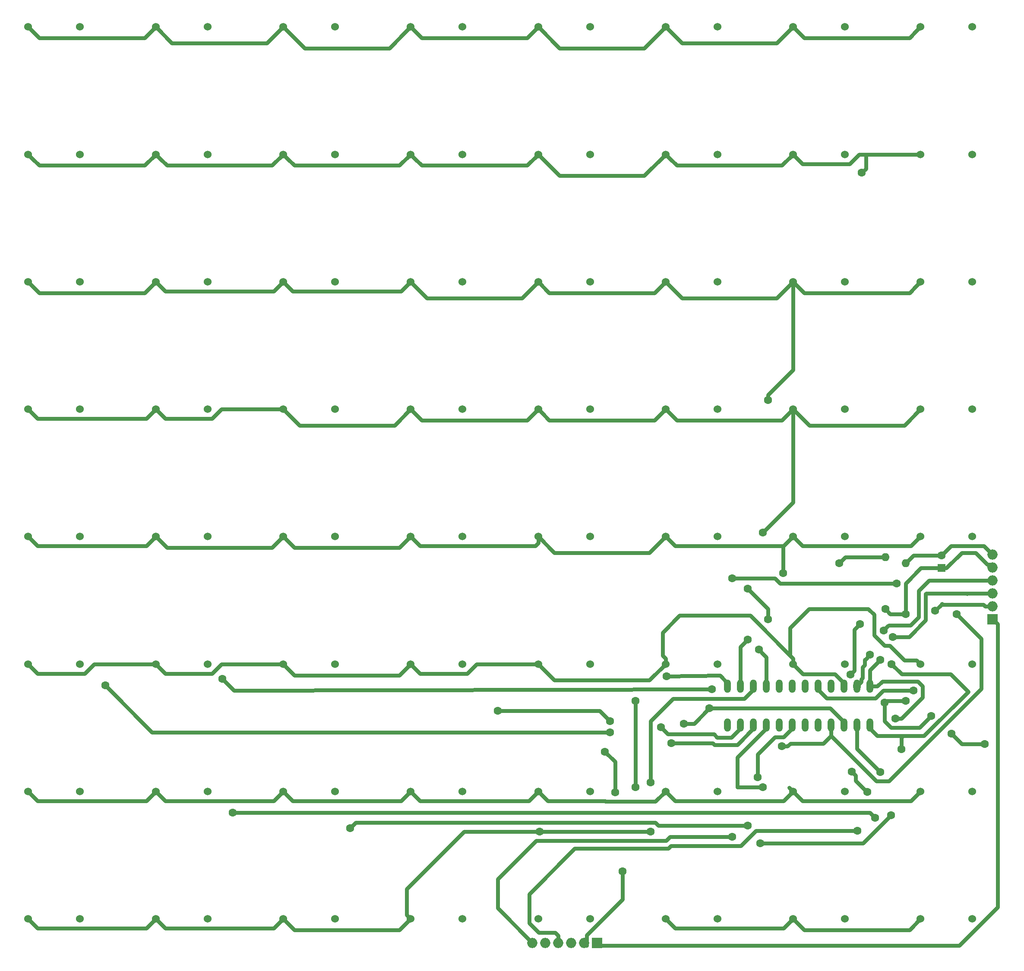
<source format=gbr>
G04 #@! TF.GenerationSoftware,KiCad,Pcbnew,5.0.2-bee76a0~70~ubuntu14.04.1*
G04 #@! TF.CreationDate,2020-01-26T01:40:04+01:00*
G04 #@! TF.ProjectId,wordclock_pcb,776f7264-636c-46f6-936b-5f7063622e6b,rev?*
G04 #@! TF.SameCoordinates,Original*
G04 #@! TF.FileFunction,Copper,L2,Bot*
G04 #@! TF.FilePolarity,Positive*
%FSLAX46Y46*%
G04 Gerber Fmt 4.6, Leading zero omitted, Abs format (unit mm)*
G04 Created by KiCad (PCBNEW 5.0.2-bee76a0~70~ubuntu14.04.1) date Sun 26 Jan 2020 01:40:04 AM CET*
%MOMM*%
%LPD*%
G01*
G04 APERTURE LIST*
G04 #@! TA.AperFunction,ComponentPad*
%ADD10C,1.524000*%
G04 #@! TD*
G04 #@! TA.AperFunction,ComponentPad*
%ADD11O,1.998980X1.998980*%
G04 #@! TD*
G04 #@! TA.AperFunction,ComponentPad*
%ADD12R,1.998980X1.998980*%
G04 #@! TD*
G04 #@! TA.AperFunction,ComponentPad*
%ADD13R,1.600000X1.600000*%
G04 #@! TD*
G04 #@! TA.AperFunction,ComponentPad*
%ADD14C,1.600000*%
G04 #@! TD*
G04 #@! TA.AperFunction,ComponentPad*
%ADD15O,1.600000X1.600000*%
G04 #@! TD*
G04 #@! TA.AperFunction,ComponentPad*
%ADD16O,1.320800X2.641600*%
G04 #@! TD*
G04 #@! TA.AperFunction,ViaPad*
%ADD17C,1.600000*%
G04 #@! TD*
G04 #@! TA.AperFunction,Conductor*
%ADD18C,0.800000*%
G04 #@! TD*
G04 APERTURE END LIST*
D10*
G04 #@! TO.P,D1,1*
G04 #@! TO.N,/LED0*
X35080000Y-33810000D03*
G04 #@! TO.P,D1,2*
G04 #@! TO.N,/LEDA*
X24920000Y-33810000D03*
G04 #@! TD*
G04 #@! TO.P,D2,1*
G04 #@! TO.N,/LED1*
X60080000Y-33810000D03*
G04 #@! TO.P,D2,2*
G04 #@! TO.N,/LEDA*
X49920000Y-33810000D03*
G04 #@! TD*
G04 #@! TO.P,D3,1*
G04 #@! TO.N,/LED2*
X85080000Y-33810000D03*
G04 #@! TO.P,D3,2*
G04 #@! TO.N,/LEDA*
X74920000Y-33810000D03*
G04 #@! TD*
G04 #@! TO.P,D4,1*
G04 #@! TO.N,/LED3*
X110080000Y-33810000D03*
G04 #@! TO.P,D4,2*
G04 #@! TO.N,/LEDA*
X99920000Y-33810000D03*
G04 #@! TD*
G04 #@! TO.P,D5,1*
G04 #@! TO.N,/LED4*
X135080000Y-33810000D03*
G04 #@! TO.P,D5,2*
G04 #@! TO.N,/LEDA*
X124920000Y-33810000D03*
G04 #@! TD*
G04 #@! TO.P,D6,1*
G04 #@! TO.N,/LED5*
X160080000Y-33810000D03*
G04 #@! TO.P,D6,2*
G04 #@! TO.N,/LEDA*
X149920000Y-33810000D03*
G04 #@! TD*
G04 #@! TO.P,D7,1*
G04 #@! TO.N,/LED6*
X185080000Y-33810000D03*
G04 #@! TO.P,D7,2*
G04 #@! TO.N,/LEDA*
X174920000Y-33810000D03*
G04 #@! TD*
G04 #@! TO.P,D8,1*
G04 #@! TO.N,/LED7*
X210080000Y-33810000D03*
G04 #@! TO.P,D8,2*
G04 #@! TO.N,/LEDA*
X199920000Y-33810000D03*
G04 #@! TD*
G04 #@! TO.P,D9,1*
G04 #@! TO.N,/LED0*
X35080000Y-58810000D03*
G04 #@! TO.P,D9,2*
G04 #@! TO.N,/LEDB*
X24920000Y-58810000D03*
G04 #@! TD*
G04 #@! TO.P,D10,1*
G04 #@! TO.N,/LED1*
X60080000Y-58810000D03*
G04 #@! TO.P,D10,2*
G04 #@! TO.N,/LEDB*
X49920000Y-58810000D03*
G04 #@! TD*
G04 #@! TO.P,D11,1*
G04 #@! TO.N,/LED2*
X85080000Y-58810000D03*
G04 #@! TO.P,D11,2*
G04 #@! TO.N,/LEDB*
X74920000Y-58810000D03*
G04 #@! TD*
G04 #@! TO.P,D12,1*
G04 #@! TO.N,/LED3*
X110080000Y-58810000D03*
G04 #@! TO.P,D12,2*
G04 #@! TO.N,/LEDB*
X99920000Y-58810000D03*
G04 #@! TD*
G04 #@! TO.P,D13,1*
G04 #@! TO.N,/LED4*
X135080000Y-58810000D03*
G04 #@! TO.P,D13,2*
G04 #@! TO.N,/LEDB*
X124920000Y-58810000D03*
G04 #@! TD*
G04 #@! TO.P,D14,1*
G04 #@! TO.N,/LED5*
X160080000Y-58810000D03*
G04 #@! TO.P,D14,2*
G04 #@! TO.N,/LEDB*
X149920000Y-58810000D03*
G04 #@! TD*
G04 #@! TO.P,D15,1*
G04 #@! TO.N,/LED6*
X185080000Y-58810000D03*
G04 #@! TO.P,D15,2*
G04 #@! TO.N,/LEDB*
X174920000Y-58810000D03*
G04 #@! TD*
G04 #@! TO.P,D16,1*
G04 #@! TO.N,/LED7*
X210080000Y-58810000D03*
G04 #@! TO.P,D16,2*
G04 #@! TO.N,/LEDB*
X199920000Y-58810000D03*
G04 #@! TD*
G04 #@! TO.P,D17,1*
G04 #@! TO.N,/LED0*
X35080000Y-83810000D03*
G04 #@! TO.P,D17,2*
G04 #@! TO.N,/LEDC*
X24920000Y-83810000D03*
G04 #@! TD*
G04 #@! TO.P,D18,1*
G04 #@! TO.N,/LED1*
X60080000Y-83810000D03*
G04 #@! TO.P,D18,2*
G04 #@! TO.N,/LEDC*
X49920000Y-83810000D03*
G04 #@! TD*
G04 #@! TO.P,D19,1*
G04 #@! TO.N,/LED2*
X85080000Y-83810000D03*
G04 #@! TO.P,D19,2*
G04 #@! TO.N,/LEDC*
X74920000Y-83810000D03*
G04 #@! TD*
G04 #@! TO.P,D20,1*
G04 #@! TO.N,/LED3*
X110080000Y-83810000D03*
G04 #@! TO.P,D20,2*
G04 #@! TO.N,/LEDC*
X99920000Y-83810000D03*
G04 #@! TD*
G04 #@! TO.P,D21,1*
G04 #@! TO.N,/LED4*
X135080000Y-83810000D03*
G04 #@! TO.P,D21,2*
G04 #@! TO.N,/LEDC*
X124920000Y-83810000D03*
G04 #@! TD*
G04 #@! TO.P,D22,1*
G04 #@! TO.N,/LED5*
X160080000Y-83810000D03*
G04 #@! TO.P,D22,2*
G04 #@! TO.N,/LEDC*
X149920000Y-83810000D03*
G04 #@! TD*
G04 #@! TO.P,D23,1*
G04 #@! TO.N,/LED6*
X185080000Y-83810000D03*
G04 #@! TO.P,D23,2*
G04 #@! TO.N,/LEDC*
X174920000Y-83810000D03*
G04 #@! TD*
G04 #@! TO.P,D24,1*
G04 #@! TO.N,/LED7*
X210080000Y-83810000D03*
G04 #@! TO.P,D24,2*
G04 #@! TO.N,/LEDC*
X199920000Y-83810000D03*
G04 #@! TD*
G04 #@! TO.P,D25,1*
G04 #@! TO.N,/LED0*
X35080000Y-108810000D03*
G04 #@! TO.P,D25,2*
G04 #@! TO.N,/LEDD*
X24920000Y-108810000D03*
G04 #@! TD*
G04 #@! TO.P,D26,1*
G04 #@! TO.N,/LED1*
X60080000Y-108810000D03*
G04 #@! TO.P,D26,2*
G04 #@! TO.N,/LEDD*
X49920000Y-108810000D03*
G04 #@! TD*
G04 #@! TO.P,D27,1*
G04 #@! TO.N,/LED2*
X85080000Y-108810000D03*
G04 #@! TO.P,D27,2*
G04 #@! TO.N,/LEDD*
X74920000Y-108810000D03*
G04 #@! TD*
G04 #@! TO.P,D28,1*
G04 #@! TO.N,/LED3*
X110080000Y-108810000D03*
G04 #@! TO.P,D28,2*
G04 #@! TO.N,/LEDD*
X99920000Y-108810000D03*
G04 #@! TD*
G04 #@! TO.P,D29,1*
G04 #@! TO.N,/LED4*
X135080000Y-108810000D03*
G04 #@! TO.P,D29,2*
G04 #@! TO.N,/LEDD*
X124920000Y-108810000D03*
G04 #@! TD*
G04 #@! TO.P,D30,1*
G04 #@! TO.N,/LED5*
X160080000Y-108810000D03*
G04 #@! TO.P,D30,2*
G04 #@! TO.N,/LEDD*
X149920000Y-108810000D03*
G04 #@! TD*
G04 #@! TO.P,D31,1*
G04 #@! TO.N,/LED6*
X185080000Y-108810000D03*
G04 #@! TO.P,D31,2*
G04 #@! TO.N,/LEDD*
X174920000Y-108810000D03*
G04 #@! TD*
G04 #@! TO.P,D32,1*
G04 #@! TO.N,/LED7*
X210080000Y-108810000D03*
G04 #@! TO.P,D32,2*
G04 #@! TO.N,/LEDD*
X199920000Y-108810000D03*
G04 #@! TD*
G04 #@! TO.P,D33,1*
G04 #@! TO.N,/LED0*
X35080000Y-133810000D03*
G04 #@! TO.P,D33,2*
G04 #@! TO.N,/LEDE*
X24920000Y-133810000D03*
G04 #@! TD*
G04 #@! TO.P,D34,1*
G04 #@! TO.N,/LED1*
X60080000Y-133810000D03*
G04 #@! TO.P,D34,2*
G04 #@! TO.N,/LEDE*
X49920000Y-133810000D03*
G04 #@! TD*
G04 #@! TO.P,D35,1*
G04 #@! TO.N,/LED2*
X85080000Y-133810000D03*
G04 #@! TO.P,D35,2*
G04 #@! TO.N,/LEDE*
X74920000Y-133810000D03*
G04 #@! TD*
G04 #@! TO.P,D36,1*
G04 #@! TO.N,/LED3*
X110080000Y-133810000D03*
G04 #@! TO.P,D36,2*
G04 #@! TO.N,/LEDE*
X99920000Y-133810000D03*
G04 #@! TD*
G04 #@! TO.P,D37,1*
G04 #@! TO.N,/LED4*
X135080000Y-133810000D03*
G04 #@! TO.P,D37,2*
G04 #@! TO.N,/LEDE*
X124920000Y-133810000D03*
G04 #@! TD*
G04 #@! TO.P,D38,1*
G04 #@! TO.N,/LED5*
X160080000Y-133810000D03*
G04 #@! TO.P,D38,2*
G04 #@! TO.N,/LEDE*
X149920000Y-133810000D03*
G04 #@! TD*
G04 #@! TO.P,D39,1*
G04 #@! TO.N,/LED6*
X185080000Y-133810000D03*
G04 #@! TO.P,D39,2*
G04 #@! TO.N,/LEDE*
X174920000Y-133810000D03*
G04 #@! TD*
G04 #@! TO.P,D40,1*
G04 #@! TO.N,/LED7*
X210080000Y-133810000D03*
G04 #@! TO.P,D40,2*
G04 #@! TO.N,/LEDE*
X199920000Y-133810000D03*
G04 #@! TD*
G04 #@! TO.P,D41,1*
G04 #@! TO.N,/LED0*
X35080000Y-158810000D03*
G04 #@! TO.P,D41,2*
G04 #@! TO.N,/LEDF*
X24920000Y-158810000D03*
G04 #@! TD*
G04 #@! TO.P,D42,1*
G04 #@! TO.N,/LED1*
X60080000Y-158810000D03*
G04 #@! TO.P,D42,2*
G04 #@! TO.N,/LEDF*
X49920000Y-158810000D03*
G04 #@! TD*
G04 #@! TO.P,D43,1*
G04 #@! TO.N,/LED2*
X85080000Y-158810000D03*
G04 #@! TO.P,D43,2*
G04 #@! TO.N,/LEDF*
X74920000Y-158810000D03*
G04 #@! TD*
G04 #@! TO.P,D44,1*
G04 #@! TO.N,/LED3*
X110080000Y-158810000D03*
G04 #@! TO.P,D44,2*
G04 #@! TO.N,/LEDF*
X99920000Y-158810000D03*
G04 #@! TD*
G04 #@! TO.P,D45,1*
G04 #@! TO.N,/LED4*
X135080000Y-158810000D03*
G04 #@! TO.P,D45,2*
G04 #@! TO.N,/LEDF*
X124920000Y-158810000D03*
G04 #@! TD*
G04 #@! TO.P,D46,1*
G04 #@! TO.N,/LED5*
X160080000Y-158810000D03*
G04 #@! TO.P,D46,2*
G04 #@! TO.N,/LEDF*
X149920000Y-158810000D03*
G04 #@! TD*
G04 #@! TO.P,D47,1*
G04 #@! TO.N,/LED6*
X185080000Y-158810000D03*
G04 #@! TO.P,D47,2*
G04 #@! TO.N,/LEDF*
X174920000Y-158810000D03*
G04 #@! TD*
G04 #@! TO.P,D48,1*
G04 #@! TO.N,/LED7*
X210080000Y-158810000D03*
G04 #@! TO.P,D48,2*
G04 #@! TO.N,/LEDF*
X199920000Y-158810000D03*
G04 #@! TD*
G04 #@! TO.P,D49,1*
G04 #@! TO.N,/LED0*
X35080000Y-183810000D03*
G04 #@! TO.P,D49,2*
G04 #@! TO.N,/LEDG*
X24920000Y-183810000D03*
G04 #@! TD*
G04 #@! TO.P,D50,1*
G04 #@! TO.N,/LED1*
X60080000Y-183810000D03*
G04 #@! TO.P,D50,2*
G04 #@! TO.N,/LEDG*
X49920000Y-183810000D03*
G04 #@! TD*
G04 #@! TO.P,D51,1*
G04 #@! TO.N,/LED2*
X85080000Y-183810000D03*
G04 #@! TO.P,D51,2*
G04 #@! TO.N,/LEDG*
X74920000Y-183810000D03*
G04 #@! TD*
G04 #@! TO.P,D52,1*
G04 #@! TO.N,/LED3*
X110080000Y-183810000D03*
G04 #@! TO.P,D52,2*
G04 #@! TO.N,/LEDG*
X99920000Y-183810000D03*
G04 #@! TD*
G04 #@! TO.P,D53,1*
G04 #@! TO.N,/LED4*
X135080000Y-183810000D03*
G04 #@! TO.P,D53,2*
G04 #@! TO.N,/LEDG*
X124920000Y-183810000D03*
G04 #@! TD*
G04 #@! TO.P,D54,1*
G04 #@! TO.N,/LED5*
X160080000Y-183810000D03*
G04 #@! TO.P,D54,2*
G04 #@! TO.N,/LEDG*
X149920000Y-183810000D03*
G04 #@! TD*
G04 #@! TO.P,D55,1*
G04 #@! TO.N,/LED6*
X185080000Y-183810000D03*
G04 #@! TO.P,D55,2*
G04 #@! TO.N,/LEDG*
X174920000Y-183810000D03*
G04 #@! TD*
G04 #@! TO.P,D56,1*
G04 #@! TO.N,/LED7*
X210080000Y-183810000D03*
G04 #@! TO.P,D56,2*
G04 #@! TO.N,/LEDG*
X199920000Y-183810000D03*
G04 #@! TD*
G04 #@! TO.P,D57,1*
G04 #@! TO.N,/LED0*
X35080000Y-208810000D03*
G04 #@! TO.P,D57,2*
G04 #@! TO.N,/LEDDP*
X24920000Y-208810000D03*
G04 #@! TD*
G04 #@! TO.P,D58,1*
G04 #@! TO.N,/LED1*
X60080000Y-208810000D03*
G04 #@! TO.P,D58,2*
G04 #@! TO.N,/LEDDP*
X49920000Y-208810000D03*
G04 #@! TD*
G04 #@! TO.P,D59,1*
G04 #@! TO.N,/LED2*
X85080000Y-208810000D03*
G04 #@! TO.P,D59,2*
G04 #@! TO.N,/LEDDP*
X74920000Y-208810000D03*
G04 #@! TD*
G04 #@! TO.P,D60,1*
G04 #@! TO.N,/LED3*
X110080000Y-208810000D03*
G04 #@! TO.P,D60,2*
G04 #@! TO.N,/LEDDP*
X99920000Y-208810000D03*
G04 #@! TD*
G04 #@! TO.P,D61,1*
G04 #@! TO.N,/LED4*
X135080000Y-208810000D03*
G04 #@! TO.P,D61,2*
G04 #@! TO.N,/LEDDP*
X124920000Y-208810000D03*
G04 #@! TD*
G04 #@! TO.P,D62,1*
G04 #@! TO.N,/LED5*
X160080000Y-208810000D03*
G04 #@! TO.P,D62,2*
G04 #@! TO.N,/LEDDP*
X149920000Y-208810000D03*
G04 #@! TD*
G04 #@! TO.P,D63,1*
G04 #@! TO.N,/LED6*
X185080000Y-208810000D03*
G04 #@! TO.P,D63,2*
G04 #@! TO.N,/LEDDP*
X174920000Y-208810000D03*
G04 #@! TD*
G04 #@! TO.P,D64,1*
G04 #@! TO.N,/LED7*
X210080000Y-208810000D03*
G04 #@! TO.P,D64,2*
G04 #@! TO.N,/LEDDP*
X199920000Y-208810000D03*
G04 #@! TD*
D11*
G04 #@! TO.P,J2,4*
G04 #@! TO.N,/CLK*
X214000000Y-142380000D03*
D12*
G04 #@! TO.P,J2,1*
G04 #@! TO.N,/DIN*
X214000000Y-150000000D03*
D11*
G04 #@! TO.P,J2,2*
G04 #@! TO.N,/DOUT*
X214000000Y-147460000D03*
G04 #@! TO.P,J2,3*
G04 #@! TO.N,/CS*
X214000000Y-144920000D03*
G04 #@! TO.P,J2,5*
G04 #@! TO.N,VDD*
X214000000Y-139840000D03*
G04 #@! TO.P,J2,6*
G04 #@! TO.N,Earth*
X214000000Y-137300000D03*
G04 #@! TD*
G04 #@! TO.P,J1,4*
G04 #@! TO.N,/CLK*
X128880000Y-213500000D03*
D12*
G04 #@! TO.P,J1,1*
G04 #@! TO.N,/DIN*
X136500000Y-213500000D03*
D11*
G04 #@! TO.P,J1,2*
G04 #@! TO.N,/DOUT*
X133960000Y-213500000D03*
G04 #@! TO.P,J1,3*
G04 #@! TO.N,/CS*
X131420000Y-213500000D03*
G04 #@! TO.P,J1,5*
G04 #@! TO.N,VDD*
X126340000Y-213500000D03*
G04 #@! TO.P,J1,6*
G04 #@! TO.N,Earth*
X123800000Y-213500000D03*
G04 #@! TD*
D13*
G04 #@! TO.P,C2,1*
G04 #@! TO.N,VDD*
X204000000Y-140000000D03*
D14*
G04 #@! TO.P,C2,2*
G04 #@! TO.N,Earth*
X204000000Y-137500000D03*
G04 #@! TD*
G04 #@! TO.P,C1,1*
G04 #@! TO.N,VDD*
X197000000Y-149000000D03*
D15*
G04 #@! TO.P,C1,2*
G04 #@! TO.N,Earth*
X197000000Y-139000000D03*
G04 #@! TD*
D14*
G04 #@! TO.P,R1,1*
G04 #@! TO.N,VDD*
X193000000Y-148000000D03*
D15*
G04 #@! TO.P,R1,2*
G04 #@! TO.N,Net-(R1-Pad2)*
X193000000Y-137840000D03*
G04 #@! TD*
D16*
G04 #@! TO.P,U1,15*
G04 #@! TO.N,/LEDF*
X184890000Y-163190000D03*
G04 #@! TO.P,U1,14*
G04 #@! TO.N,/LEDA*
X187430000Y-163190000D03*
G04 #@! TO.P,U1,13*
G04 #@! TO.N,/CLK*
X189970000Y-163190000D03*
G04 #@! TO.P,U1,12*
G04 #@! TO.N,/CS*
X189970000Y-170810000D03*
G04 #@! TO.P,U1,11*
G04 #@! TO.N,/LED1*
X187430000Y-170810000D03*
G04 #@! TO.P,U1,10*
G04 #@! TO.N,/LED5*
X184890000Y-170810000D03*
G04 #@! TO.P,U1,24*
G04 #@! TO.N,/DOUT*
X162030000Y-163190000D03*
G04 #@! TO.P,U1,23*
G04 #@! TO.N,/LEDD*
X164570000Y-163190000D03*
G04 #@! TO.P,U1,22*
G04 #@! TO.N,/LEDDP*
X167110000Y-163190000D03*
G04 #@! TO.P,U1,21*
G04 #@! TO.N,/LEDE*
X169650000Y-163190000D03*
G04 #@! TO.P,U1,20*
G04 #@! TO.N,/LEDC*
X172190000Y-163190000D03*
G04 #@! TO.P,U1,19*
G04 #@! TO.N,VDD*
X174730000Y-163190000D03*
G04 #@! TO.P,U1,18*
G04 #@! TO.N,Net-(R1-Pad2)*
X177270000Y-163190000D03*
G04 #@! TO.P,U1,17*
G04 #@! TO.N,/LEDG*
X179810000Y-163190000D03*
G04 #@! TO.P,U1,16*
G04 #@! TO.N,/LEDB*
X182350000Y-163190000D03*
G04 #@! TO.P,U1,9*
G04 #@! TO.N,Earth*
X182350000Y-170810000D03*
G04 #@! TO.P,U1,5*
G04 #@! TO.N,/LED6*
X172190000Y-170810000D03*
G04 #@! TO.P,U1,6*
G04 #@! TO.N,/LED2*
X174730000Y-170810000D03*
G04 #@! TO.P,U1,4*
G04 #@! TO.N,Earth*
X169650000Y-170810000D03*
G04 #@! TO.P,U1,3*
G04 #@! TO.N,/LED4*
X167110000Y-170810000D03*
G04 #@! TO.P,U1,8*
G04 #@! TO.N,/LED7*
X179810000Y-170810000D03*
G04 #@! TO.P,U1,7*
G04 #@! TO.N,/LED3*
X177270000Y-170810000D03*
G04 #@! TO.P,U1,2*
G04 #@! TO.N,/LED0*
X164570000Y-170810000D03*
G04 #@! TO.P,U1,1*
G04 #@! TO.N,/DIN*
X162030000Y-170810000D03*
G04 #@! TD*
D17*
G04 #@! TO.N,Earth*
X207000000Y-149000014D03*
X172713723Y-174930810D03*
X169000000Y-183000000D03*
X163000000Y-192699990D03*
G04 #@! TO.N,VDD*
X212500000Y-174500000D03*
X212500000Y-174500000D03*
X206000000Y-172500000D03*
X197000000Y-166000000D03*
X192873938Y-166368571D03*
X201977207Y-168977207D03*
G04 #@! TO.N,/LED0*
X40000000Y-163000000D03*
X139000000Y-172200013D03*
X149000000Y-171200021D03*
G04 #@! TO.N,/LEDA*
X187430000Y-163190000D03*
X190000000Y-157000000D03*
G04 #@! TO.N,/LED1*
X63000000Y-161730000D03*
X159000000Y-163710810D03*
X191000000Y-189000000D03*
X65000000Y-188000000D03*
X192000000Y-180000000D03*
G04 #@! TO.N,/LED2*
X88000000Y-191000000D03*
X168000000Y-181000000D03*
X166000000Y-190500000D03*
G04 #@! TO.N,/LED3*
X117000000Y-168000000D03*
X117000000Y-168000000D03*
X139000000Y-170000000D03*
G04 #@! TO.N,/LED4*
X151000000Y-174300010D03*
G04 #@! TO.N,/LED5*
X158512757Y-167487243D03*
X153500000Y-170499998D03*
G04 #@! TO.N,/LEDB*
X186130810Y-160869190D03*
X188000000Y-150999996D03*
X188400010Y-62400010D03*
G04 #@! TO.N,/LEDC*
X170000000Y-107000000D03*
X166000000Y-144000000D03*
X170000000Y-150000000D03*
G04 #@! TO.N,/LEDD*
X169000000Y-133000000D03*
X166000000Y-154000000D03*
G04 #@! TO.N,/LEDE*
X173000000Y-141000000D03*
X168199990Y-156000000D03*
G04 #@! TO.N,/LEDG*
X198500000Y-164000000D03*
G04 #@! TO.N,/LEDDP*
X147000000Y-182000000D03*
X147000000Y-191699990D03*
X125251691Y-191699990D03*
G04 #@! TO.N,/CLK*
X192000000Y-158000010D03*
X192674476Y-152197014D03*
X186422207Y-179922207D03*
X189500000Y-183872001D03*
X187500205Y-191500000D03*
X128880000Y-213500000D03*
X194999992Y-169500000D03*
G04 #@! TO.N,/DIN*
X138000000Y-176000000D03*
X140000000Y-183999994D03*
G04 #@! TO.N,/DOUT*
X163000000Y-142000000D03*
X202799993Y-148345593D03*
X195199990Y-143000000D03*
X150068593Y-161206993D03*
X144000000Y-166000000D03*
X144000000Y-183000000D03*
X141500000Y-199500000D03*
G04 #@! TO.N,/CS*
X194252184Y-158808892D03*
X194464984Y-153475345D03*
X168500000Y-194000000D03*
X194164002Y-188500000D03*
X196200000Y-175500000D03*
G04 #@! TO.N,Net-(R1-Pad2)*
X184000000Y-139000000D03*
G04 #@! TD*
D18*
G04 #@! TO.N,Earth*
X197500000Y-138500000D02*
X197000000Y-139000000D01*
X212299989Y-135599989D02*
X205900011Y-135599989D01*
X214000000Y-137300000D02*
X212299989Y-135599989D01*
X205900011Y-135599989D02*
X204799999Y-136700001D01*
X204799999Y-136700001D02*
X204000000Y-137500000D01*
X182350000Y-170810000D02*
X182350000Y-172930800D01*
X180874474Y-174406326D02*
X174369577Y-174406326D01*
X182350000Y-172930800D02*
X180874474Y-174406326D01*
X169650000Y-171470400D02*
X164000000Y-177120400D01*
X169650000Y-170810000D02*
X169650000Y-171470400D01*
X164000000Y-177120400D02*
X164000000Y-183000000D01*
X164000000Y-183000000D02*
X169000000Y-183000000D01*
X169000000Y-183000000D02*
X169000000Y-183000000D01*
X207799999Y-149800013D02*
X207000000Y-149000014D01*
X182350000Y-172930800D02*
X191219201Y-181800001D01*
X211842001Y-163637913D02*
X211842001Y-153842015D01*
X211842001Y-153842015D02*
X207799999Y-149800013D01*
X191219201Y-181800001D02*
X193679913Y-181800001D01*
X193679913Y-181800001D02*
X211842001Y-163637913D01*
X149994530Y-193500000D02*
X150794540Y-192699990D01*
X161868630Y-192699990D02*
X163000000Y-192699990D01*
X123800000Y-213500000D02*
X117000000Y-206700000D01*
X124500000Y-193500000D02*
X149994530Y-193500000D01*
X150794540Y-192699990D02*
X161868630Y-192699990D01*
X117000000Y-206700000D02*
X117000000Y-201000000D01*
X117000000Y-201000000D02*
X124500000Y-193500000D01*
X198500000Y-137500000D02*
X197000000Y-139000000D01*
X204000000Y-137500000D02*
X198500000Y-137500000D01*
X173845093Y-174930810D02*
X174369577Y-174406326D01*
X172713723Y-174930810D02*
X173845093Y-174930810D01*
G04 #@! TO.N,VDD*
X205000000Y-140000000D02*
X204000000Y-140000000D01*
X208000000Y-137000000D02*
X205000000Y-140000000D01*
X213040243Y-139299491D02*
X210740752Y-137000000D01*
X210740752Y-137000000D02*
X208000000Y-137000000D01*
X213459491Y-139299491D02*
X213040243Y-139299491D01*
X214000000Y-139840000D02*
X213459491Y-139299491D01*
X197000000Y-143000000D02*
X197000000Y-149000000D01*
X204000000Y-140000000D02*
X200000000Y-140000000D01*
X200000000Y-140000000D02*
X197000000Y-143000000D01*
X194000000Y-149000000D02*
X193000000Y-148000000D01*
X197000000Y-149000000D02*
X194000000Y-149000000D01*
X208000000Y-174500000D02*
X206000000Y-172500000D01*
X212500000Y-174500000D02*
X208000000Y-174500000D01*
X193242509Y-166000000D02*
X192873938Y-166368571D01*
X197000000Y-166000000D02*
X193242509Y-166000000D01*
X194135991Y-171300001D02*
X199699999Y-171300001D01*
X192873938Y-170037948D02*
X194135991Y-171300001D01*
X192873938Y-166368571D02*
X192873938Y-170037948D01*
X202000000Y-169000000D02*
X201977207Y-168977207D01*
X199699999Y-171300001D02*
X201977207Y-168977207D01*
G04 #@! TO.N,/LED0*
X137868630Y-172200013D02*
X139000000Y-172200013D01*
X40000000Y-163000000D02*
X49200013Y-172200013D01*
X49200013Y-172200013D02*
X137868630Y-172200013D01*
X160042812Y-173230810D02*
X159407707Y-172595705D01*
X150395684Y-172595705D02*
X149799999Y-172000020D01*
X149799999Y-172000020D02*
X149000000Y-171200021D01*
X164570000Y-171470400D02*
X162809590Y-173230810D01*
X164570000Y-170810000D02*
X164570000Y-171470400D01*
X162809590Y-173230810D02*
X160042812Y-173230810D01*
X159407707Y-172595705D02*
X150395684Y-172595705D01*
G04 #@! TO.N,/LEDA*
X49158001Y-34571999D02*
X49920000Y-33810000D01*
X27110000Y-36000000D02*
X47730000Y-36000000D01*
X47730000Y-36000000D02*
X49158001Y-34571999D01*
X24920000Y-33810000D02*
X27110000Y-36000000D01*
X74158001Y-34571999D02*
X74920000Y-33810000D01*
X71730000Y-37000000D02*
X74158001Y-34571999D01*
X53110000Y-37000000D02*
X71730000Y-37000000D01*
X49920000Y-33810000D02*
X53110000Y-37000000D01*
X99158001Y-34571999D02*
X99920000Y-33810000D01*
X95730000Y-38000000D02*
X99158001Y-34571999D01*
X79110000Y-38000000D02*
X95730000Y-38000000D01*
X74920000Y-33810000D02*
X79110000Y-38000000D01*
X124158001Y-34571999D02*
X124920000Y-33810000D01*
X102110000Y-36000000D02*
X122730000Y-36000000D01*
X122730000Y-36000000D02*
X124158001Y-34571999D01*
X99920000Y-33810000D02*
X102110000Y-36000000D01*
X149158001Y-34571999D02*
X149920000Y-33810000D01*
X145730000Y-38000000D02*
X149158001Y-34571999D01*
X129110000Y-38000000D02*
X145730000Y-38000000D01*
X124920000Y-33810000D02*
X129110000Y-38000000D01*
X174158001Y-34571999D02*
X174920000Y-33810000D01*
X171730000Y-37000000D02*
X174158001Y-34571999D01*
X153110000Y-37000000D02*
X171730000Y-37000000D01*
X149920000Y-33810000D02*
X153110000Y-37000000D01*
X199158001Y-34571999D02*
X199920000Y-33810000D01*
X197730000Y-36000000D02*
X199158001Y-34571999D01*
X177110000Y-36000000D02*
X197730000Y-36000000D01*
X174920000Y-33810000D02*
X177110000Y-36000000D01*
X189200001Y-157799999D02*
X190000000Y-157000000D01*
X189000000Y-158000000D02*
X189200001Y-157799999D01*
X189000000Y-159020097D02*
X189000000Y-158000000D01*
X188569990Y-159450107D02*
X189000000Y-159020097D01*
X188569990Y-161581436D02*
X188569990Y-159450107D01*
X188309590Y-161841836D02*
X188569990Y-161581436D01*
X188309590Y-162310410D02*
X188309590Y-161841836D01*
X187430000Y-163190000D02*
X188309590Y-162310410D01*
G04 #@! TO.N,/LED1*
X63000000Y-161730000D02*
X65270000Y-164000000D01*
X159000000Y-164000000D02*
X159000000Y-163710810D01*
X65270000Y-164000000D02*
X159000000Y-163710810D01*
X191000000Y-189000000D02*
X190000000Y-188000000D01*
X190000000Y-188000000D02*
X65000000Y-188000000D01*
X187430000Y-175430000D02*
X191200001Y-179200001D01*
X187430000Y-170810000D02*
X187430000Y-175430000D01*
X191200001Y-179200001D02*
X192000000Y-180000000D01*
G04 #@! TO.N,/LED2*
X168000000Y-179868630D02*
X168000000Y-181000000D01*
X173069590Y-173130810D02*
X171369190Y-173130810D01*
X171369190Y-173130810D02*
X168000000Y-176500000D01*
X174730000Y-171470400D02*
X173069590Y-173130810D01*
X174730000Y-170810000D02*
X174730000Y-171470400D01*
X168000000Y-176500000D02*
X168000000Y-179868630D01*
X147864001Y-189899989D02*
X148464012Y-190500000D01*
X148464012Y-190500000D02*
X164868630Y-190500000D01*
X88000000Y-191000000D02*
X89100011Y-189899989D01*
X89100011Y-189899989D02*
X147864001Y-189899989D01*
X164868630Y-190500000D02*
X166000000Y-190500000D01*
G04 #@! TO.N,/LED3*
X138200001Y-169200001D02*
X139000000Y-170000000D01*
X137000000Y-168000000D02*
X138200001Y-169200001D01*
X117000000Y-168000000D02*
X137000000Y-168000000D01*
G04 #@! TO.N,/LED4*
X159132098Y-174300010D02*
X152131370Y-174300010D01*
X159462908Y-174630820D02*
X159132098Y-174300010D01*
X167110000Y-170810000D02*
X167110000Y-171470400D01*
X167110000Y-171470400D02*
X163949580Y-174630820D01*
X163949580Y-174630820D02*
X159462908Y-174630820D01*
X152131370Y-174300010D02*
X151000000Y-174300010D01*
G04 #@! TO.N,/LED5*
X159644127Y-167487243D02*
X158512757Y-167487243D01*
X184890000Y-170810000D02*
X184890000Y-170149600D01*
X182227643Y-167487243D02*
X159644127Y-167487243D01*
X184890000Y-170149600D02*
X182227643Y-167487243D01*
X154631370Y-170499998D02*
X153500000Y-170499998D01*
X155500002Y-170499998D02*
X154631370Y-170499998D01*
X158512757Y-167487243D02*
X155500002Y-170499998D01*
G04 #@! TO.N,/LEDB*
X175681999Y-59571999D02*
X174920000Y-58810000D01*
X185973761Y-60672001D02*
X176782001Y-60672001D01*
X187835762Y-58810000D02*
X185973761Y-60672001D01*
X176782001Y-60672001D02*
X175681999Y-59571999D01*
X199920000Y-58810000D02*
X187835762Y-58810000D01*
X150681999Y-59571999D02*
X149920000Y-58810000D01*
X152110000Y-61000000D02*
X150681999Y-59571999D01*
X172730000Y-61000000D02*
X152110000Y-61000000D01*
X174920000Y-58810000D02*
X172730000Y-61000000D01*
X125681999Y-59571999D02*
X124920000Y-58810000D01*
X145730000Y-63000000D02*
X129110000Y-63000000D01*
X129110000Y-63000000D02*
X125681999Y-59571999D01*
X149920000Y-58810000D02*
X145730000Y-63000000D01*
X100681999Y-59571999D02*
X99920000Y-58810000D01*
X102110000Y-61000000D02*
X100681999Y-59571999D01*
X122730000Y-61000000D02*
X102110000Y-61000000D01*
X124920000Y-58810000D02*
X122730000Y-61000000D01*
X75681999Y-59571999D02*
X74920000Y-58810000D01*
X77110000Y-61000000D02*
X75681999Y-59571999D01*
X97730000Y-61000000D02*
X77110000Y-61000000D01*
X99920000Y-58810000D02*
X97730000Y-61000000D01*
X50681999Y-59571999D02*
X49920000Y-58810000D01*
X52110000Y-61000000D02*
X50681999Y-59571999D01*
X72730000Y-61000000D02*
X52110000Y-61000000D01*
X74920000Y-58810000D02*
X72730000Y-61000000D01*
X25681999Y-59571999D02*
X24920000Y-58810000D01*
X27110000Y-61000000D02*
X25681999Y-59571999D01*
X47730000Y-61000000D02*
X27110000Y-61000000D01*
X49920000Y-58810000D02*
X47730000Y-61000000D01*
X186930809Y-152069187D02*
X187200001Y-151799995D01*
X186930809Y-160069191D02*
X186930809Y-152069187D01*
X187200001Y-151799995D02*
X188000000Y-150999996D01*
X186130810Y-160869190D02*
X186930809Y-160069191D01*
X189200009Y-61600011D02*
X189200009Y-59200009D01*
X188400010Y-62400010D02*
X189200009Y-61600011D01*
G04 #@! TO.N,/LEDC*
X49158001Y-84571999D02*
X49920000Y-83810000D01*
X27110000Y-86000000D02*
X47730000Y-86000000D01*
X47730000Y-86000000D02*
X49158001Y-84571999D01*
X24920000Y-83810000D02*
X27110000Y-86000000D01*
X74158001Y-84571999D02*
X74920000Y-83810000D01*
X73057999Y-85672001D02*
X74158001Y-84571999D01*
X51782001Y-85672001D02*
X73057999Y-85672001D01*
X49920000Y-83810000D02*
X51782001Y-85672001D01*
X99158001Y-84571999D02*
X99920000Y-83810000D01*
X98057999Y-85672001D02*
X99158001Y-84571999D01*
X76782001Y-85672001D02*
X98057999Y-85672001D01*
X74920000Y-83810000D02*
X76782001Y-85672001D01*
X124158001Y-84571999D02*
X124920000Y-83810000D01*
X121730000Y-87000000D02*
X124158001Y-84571999D01*
X103110000Y-87000000D02*
X121730000Y-87000000D01*
X99920000Y-83810000D02*
X103110000Y-87000000D01*
X149158001Y-84571999D02*
X149920000Y-83810000D01*
X147730000Y-86000000D02*
X149158001Y-84571999D01*
X127110000Y-86000000D02*
X147730000Y-86000000D01*
X124920000Y-83810000D02*
X127110000Y-86000000D01*
X171730000Y-87000000D02*
X174158001Y-84571999D01*
X174158001Y-84571999D02*
X174920000Y-83810000D01*
X153110000Y-87000000D02*
X171730000Y-87000000D01*
X149920000Y-83810000D02*
X153110000Y-87000000D01*
X199158001Y-84571999D02*
X199920000Y-83810000D01*
X197730000Y-86000000D02*
X199158001Y-84571999D01*
X177110000Y-86000000D02*
X197730000Y-86000000D01*
X174920000Y-83810000D02*
X177110000Y-86000000D01*
X174920000Y-83810000D02*
X174920000Y-101080000D01*
X170000000Y-106000000D02*
X170000000Y-107000000D01*
X174920000Y-101080000D02*
X170000000Y-106000000D01*
X170000000Y-148000000D02*
X170000000Y-148868630D01*
X166000000Y-144000000D02*
X170000000Y-148000000D01*
X170000000Y-148868630D02*
X170000000Y-150000000D01*
G04 #@! TO.N,/LEDD*
X175681999Y-109571999D02*
X174920000Y-108810000D01*
X178110000Y-112000000D02*
X175681999Y-109571999D01*
X196730000Y-112000000D02*
X178110000Y-112000000D01*
X199920000Y-108810000D02*
X196730000Y-112000000D01*
X152110000Y-111000000D02*
X150681999Y-109571999D01*
X172730000Y-111000000D02*
X152110000Y-111000000D01*
X150681999Y-109571999D02*
X149920000Y-108810000D01*
X174920000Y-108810000D02*
X172730000Y-111000000D01*
X125681999Y-109571999D02*
X124920000Y-108810000D01*
X127110000Y-111000000D02*
X125681999Y-109571999D01*
X147730000Y-111000000D02*
X127110000Y-111000000D01*
X149920000Y-108810000D02*
X147730000Y-111000000D01*
X102110000Y-111000000D02*
X100681999Y-109571999D01*
X100681999Y-109571999D02*
X99920000Y-108810000D01*
X122730000Y-111000000D02*
X102110000Y-111000000D01*
X124920000Y-108810000D02*
X122730000Y-111000000D01*
X75681999Y-109571999D02*
X74920000Y-108810000D01*
X78110000Y-112000000D02*
X75681999Y-109571999D01*
X96730000Y-112000000D02*
X78110000Y-112000000D01*
X99920000Y-108810000D02*
X96730000Y-112000000D01*
X51782001Y-110672001D02*
X50681999Y-109571999D01*
X62835762Y-108810000D02*
X60973761Y-110672001D01*
X50681999Y-109571999D02*
X49920000Y-108810000D01*
X60973761Y-110672001D02*
X51782001Y-110672001D01*
X74920000Y-108810000D02*
X62835762Y-108810000D01*
X26782001Y-110672001D02*
X25681999Y-109571999D01*
X48057999Y-110672001D02*
X26782001Y-110672001D01*
X25681999Y-109571999D02*
X24920000Y-108810000D01*
X49920000Y-108810000D02*
X48057999Y-110672001D01*
X174920000Y-108810000D02*
X174920000Y-127080000D01*
X174920000Y-127080000D02*
X169000000Y-133000000D01*
X164570000Y-155430000D02*
X164570000Y-163190000D01*
X166000000Y-154000000D02*
X164570000Y-155430000D01*
G04 #@! TO.N,/LEDE*
X49158001Y-134571999D02*
X49920000Y-133810000D01*
X48057999Y-135672001D02*
X49158001Y-134571999D01*
X26782001Y-135672001D02*
X48057999Y-135672001D01*
X24920000Y-133810000D02*
X26782001Y-135672001D01*
X74158001Y-134571999D02*
X74920000Y-133810000D01*
X72730000Y-136000000D02*
X74158001Y-134571999D01*
X52110000Y-136000000D02*
X72730000Y-136000000D01*
X49920000Y-133810000D02*
X52110000Y-136000000D01*
X97730000Y-136000000D02*
X99158001Y-134571999D01*
X99158001Y-134571999D02*
X99920000Y-133810000D01*
X77110000Y-136000000D02*
X97730000Y-136000000D01*
X74920000Y-133810000D02*
X77110000Y-136000000D01*
X101782001Y-135672001D02*
X124327999Y-135672001D01*
X99920000Y-133810000D02*
X101782001Y-135672001D01*
X124920000Y-135080000D02*
X124920000Y-133810000D01*
X124327999Y-135672001D02*
X124920000Y-135080000D01*
X149158001Y-134571999D02*
X149920000Y-133810000D01*
X146730000Y-137000000D02*
X149158001Y-134571999D01*
X128110000Y-137000000D02*
X146730000Y-137000000D01*
X124920000Y-133810000D02*
X128110000Y-137000000D01*
X174158001Y-134571999D02*
X174920000Y-133810000D01*
X173057999Y-135672001D02*
X174158001Y-134571999D01*
X151782001Y-135672001D02*
X173057999Y-135672001D01*
X149920000Y-133810000D02*
X151782001Y-135672001D01*
X199158001Y-134571999D02*
X199920000Y-133810000D01*
X198057999Y-135672001D02*
X199158001Y-134571999D01*
X176782001Y-135672001D02*
X198057999Y-135672001D01*
X174920000Y-133810000D02*
X176782001Y-135672001D01*
X173000000Y-139868630D02*
X173000000Y-141000000D01*
X173057999Y-135672001D02*
X173000000Y-135730000D01*
X173000000Y-135730000D02*
X173000000Y-139868630D01*
X168999989Y-156799999D02*
X168199990Y-156000000D01*
X169650000Y-163190000D02*
X169650000Y-157450010D01*
X169650000Y-157450010D02*
X168999989Y-156799999D01*
G04 #@! TO.N,/LEDF*
X149299794Y-157112164D02*
X149920000Y-157732370D01*
X149299794Y-152640125D02*
X149299794Y-157112164D01*
X149920000Y-157732370D02*
X149920000Y-158810000D01*
X152635159Y-149304760D02*
X149299794Y-152640125D01*
X166492390Y-149304760D02*
X152635159Y-149304760D01*
X174920000Y-157732370D02*
X166492390Y-149304760D01*
X174920000Y-158810000D02*
X174920000Y-157732370D01*
X125681999Y-159571999D02*
X124920000Y-158810000D01*
X128110000Y-162000000D02*
X125681999Y-159571999D01*
X146730000Y-162000000D02*
X128110000Y-162000000D01*
X149920000Y-158810000D02*
X146730000Y-162000000D01*
X100681999Y-159571999D02*
X99920000Y-158810000D01*
X101782001Y-160672001D02*
X100681999Y-159571999D01*
X110973761Y-160672001D02*
X101782001Y-160672001D01*
X112835762Y-158810000D02*
X110973761Y-160672001D01*
X124920000Y-158810000D02*
X112835762Y-158810000D01*
X75681999Y-159571999D02*
X74920000Y-158810000D01*
X77110000Y-161000000D02*
X75681999Y-159571999D01*
X97730000Y-161000000D02*
X77110000Y-161000000D01*
X99920000Y-158810000D02*
X97730000Y-161000000D01*
X50681999Y-159571999D02*
X49920000Y-158810000D01*
X51782001Y-160672001D02*
X50681999Y-159571999D01*
X60973761Y-160672001D02*
X51782001Y-160672001D01*
X62835762Y-158810000D02*
X60973761Y-160672001D01*
X74920000Y-158810000D02*
X62835762Y-158810000D01*
X26782001Y-160672001D02*
X25681999Y-159571999D01*
X25681999Y-159571999D02*
X24920000Y-158810000D01*
X35973761Y-160672001D02*
X26782001Y-160672001D01*
X37835762Y-158810000D02*
X35973761Y-160672001D01*
X49920000Y-158810000D02*
X37835762Y-158810000D01*
X184890000Y-162529600D02*
X184890000Y-163190000D01*
X183129590Y-160769190D02*
X184890000Y-162529600D01*
X176879190Y-160769190D02*
X183129590Y-160769190D01*
X174920000Y-158810000D02*
X176879190Y-160769190D01*
X190800002Y-153135998D02*
X190800002Y-149135998D01*
X189664004Y-148000000D02*
X178000000Y-148000000D01*
X199920000Y-158810000D02*
X199158001Y-158048001D01*
X190800002Y-149135998D02*
X189664004Y-148000000D01*
X192864003Y-155199999D02*
X190800002Y-153135998D01*
X174299794Y-151700206D02*
X174299794Y-157112164D01*
X193864001Y-155199999D02*
X192864003Y-155199999D01*
X174299794Y-157112164D02*
X174920000Y-157732370D01*
X178000000Y-148000000D02*
X174299794Y-151700206D01*
X196712003Y-158048001D02*
X193864001Y-155199999D01*
X199158001Y-158048001D02*
X196712003Y-158048001D01*
G04 #@! TO.N,/LEDG*
X49158001Y-184571999D02*
X49920000Y-183810000D01*
X48057999Y-185672001D02*
X49158001Y-184571999D01*
X26782001Y-185672001D02*
X48057999Y-185672001D01*
X24920000Y-183810000D02*
X26782001Y-185672001D01*
X74158001Y-184571999D02*
X74920000Y-183810000D01*
X73057999Y-185672001D02*
X74158001Y-184571999D01*
X51782001Y-185672001D02*
X73057999Y-185672001D01*
X49920000Y-183810000D02*
X51782001Y-185672001D01*
X98057999Y-185672001D02*
X99158001Y-184571999D01*
X99158001Y-184571999D02*
X99920000Y-183810000D01*
X76782001Y-185672001D02*
X98057999Y-185672001D01*
X74920000Y-183810000D02*
X76782001Y-185672001D01*
X124158001Y-184571999D02*
X124920000Y-183810000D01*
X123057999Y-185672001D02*
X124158001Y-184571999D01*
X101782001Y-185672001D02*
X123057999Y-185672001D01*
X99920000Y-183810000D02*
X101782001Y-185672001D01*
X174158001Y-184571999D02*
X174920000Y-183810000D01*
X173057999Y-185672001D02*
X174158001Y-184571999D01*
X151782001Y-185672001D02*
X173057999Y-185672001D01*
X149920000Y-183810000D02*
X151782001Y-185672001D01*
X198057999Y-185672001D02*
X199158001Y-184571999D01*
X199158001Y-184571999D02*
X199920000Y-183810000D01*
X176782001Y-185672001D02*
X198057999Y-185672001D01*
X174920000Y-183810000D02*
X176782001Y-185672001D01*
X174920000Y-183810000D02*
X174158001Y-183048001D01*
X125681999Y-184571999D02*
X124920000Y-183810000D01*
X149920000Y-183810000D02*
X147929994Y-185800006D01*
X138136002Y-185800006D02*
X138007997Y-185672001D01*
X147929994Y-185800006D02*
X138136002Y-185800006D01*
X138007997Y-185672001D02*
X126782001Y-185672001D01*
X126782001Y-185672001D02*
X125681999Y-184571999D01*
X179810000Y-163850400D02*
X181495586Y-165535986D01*
X197368630Y-164000000D02*
X198500000Y-164000000D01*
X191102520Y-165535986D02*
X192638506Y-164000000D01*
X192638506Y-164000000D02*
X197368630Y-164000000D01*
X179810000Y-163190000D02*
X179810000Y-163850400D01*
X181495586Y-165535986D02*
X191102520Y-165535986D01*
G04 #@! TO.N,/LEDDP*
X26782001Y-210672001D02*
X48057999Y-210672001D01*
X49158001Y-209571999D02*
X49920000Y-208810000D01*
X48057999Y-210672001D02*
X49158001Y-209571999D01*
X24920000Y-208810000D02*
X26782001Y-210672001D01*
X74158001Y-209571999D02*
X74920000Y-208810000D01*
X73057999Y-210672001D02*
X74158001Y-209571999D01*
X51782001Y-210672001D02*
X73057999Y-210672001D01*
X49920000Y-208810000D02*
X51782001Y-210672001D01*
X99158001Y-209571999D02*
X99920000Y-208810000D01*
X97730000Y-211000000D02*
X99158001Y-209571999D01*
X77110000Y-211000000D02*
X97730000Y-211000000D01*
X74920000Y-208810000D02*
X77110000Y-211000000D01*
X173057999Y-210672001D02*
X174158001Y-209571999D01*
X174158001Y-209571999D02*
X174920000Y-208810000D01*
X151782001Y-210672001D02*
X173057999Y-210672001D01*
X149920000Y-208810000D02*
X151782001Y-210672001D01*
X177110000Y-211000000D02*
X175681999Y-209571999D01*
X175681999Y-209571999D02*
X174920000Y-208810000D01*
X197730000Y-211000000D02*
X177110000Y-211000000D01*
X199920000Y-208810000D02*
X197730000Y-211000000D01*
X167110000Y-163850400D02*
X167110000Y-163190000D01*
X165349590Y-165610810D02*
X167110000Y-163850400D01*
X151389190Y-165610810D02*
X165349590Y-165610810D01*
X147000000Y-170000000D02*
X151389190Y-165610810D01*
X147000000Y-182000000D02*
X147000000Y-170000000D01*
X99158001Y-208048001D02*
X99158001Y-202929475D01*
X99158001Y-202929475D02*
X110387486Y-191699990D01*
X99920000Y-208810000D02*
X99158001Y-208048001D01*
X145868630Y-191699990D02*
X147000000Y-191699990D01*
X110387486Y-191699990D02*
X145868630Y-191699990D01*
G04 #@! TO.N,/CLK*
X189970000Y-160030010D02*
X191200001Y-158800009D01*
X189970000Y-163190000D02*
X189970000Y-160030010D01*
X191200001Y-158800009D02*
X192000000Y-158000010D01*
X199531380Y-144468620D02*
X199531380Y-149599990D01*
X199531380Y-149599990D02*
X197931369Y-151200001D01*
X214000000Y-142380000D02*
X201620000Y-142380000D01*
X193474475Y-151397015D02*
X192674476Y-152197014D01*
X193671489Y-151200001D02*
X193474475Y-151397015D01*
X201620000Y-142380000D02*
X199531380Y-144468620D01*
X197931369Y-151200001D02*
X193671489Y-151200001D01*
X187222206Y-180722206D02*
X187222206Y-181722206D01*
X186422207Y-179922207D02*
X187222206Y-180722206D01*
X189372001Y-183872001D02*
X189500000Y-183872001D01*
X187222206Y-181722206D02*
X189372001Y-183872001D01*
X164664002Y-194500000D02*
X150974444Y-194500000D01*
X167664002Y-191500000D02*
X164664002Y-194500000D01*
X150974444Y-194500000D02*
X150474444Y-195000000D01*
X187500205Y-191500000D02*
X167664002Y-191500000D01*
X123157999Y-203929477D02*
X123157999Y-209655761D01*
X132087476Y-195000000D02*
X123157999Y-203929477D01*
X150474444Y-195000000D02*
X132087476Y-195000000D01*
X128294001Y-211500509D02*
X128880000Y-212086508D01*
X123157999Y-209655761D02*
X125002747Y-211500509D01*
X128880000Y-212086508D02*
X128880000Y-213500000D01*
X125002747Y-211500509D02*
X128294001Y-211500509D01*
X196131362Y-169500000D02*
X194999992Y-169500000D01*
X200300001Y-163135999D02*
X200300001Y-165331361D01*
X192420401Y-162199999D02*
X199364001Y-162199999D01*
X199364001Y-162199999D02*
X200300001Y-163135999D01*
X200300001Y-165331361D02*
X196131362Y-169500000D01*
X189970000Y-163190000D02*
X191430400Y-163190000D01*
X191430400Y-163190000D02*
X192420401Y-162199999D01*
G04 #@! TO.N,/DIN*
X138000000Y-176000000D02*
X140000000Y-178000000D01*
X140000000Y-178000000D02*
X140000000Y-182868624D01*
X140000000Y-182868624D02*
X140000000Y-183999994D01*
X138799490Y-214000000D02*
X137000000Y-214000000D01*
X207497762Y-214000000D02*
X138799490Y-214000000D01*
X215000000Y-206497762D02*
X207497762Y-214000000D01*
X215000000Y-151000000D02*
X215000000Y-206497762D01*
X214000000Y-150000000D02*
X215000000Y-151000000D01*
G04 #@! TO.N,/DOUT*
X212272094Y-147145586D02*
X204000000Y-147145586D01*
X212586508Y-147460000D02*
X212272094Y-147145586D01*
X214000000Y-147460000D02*
X212586508Y-147460000D01*
X204000000Y-147145586D02*
X204145586Y-147000000D01*
X204000000Y-147145586D02*
X202799993Y-148345593D01*
X163000000Y-142000000D02*
X171335998Y-142000000D01*
X172335998Y-143000000D02*
X194068620Y-143000000D01*
X194068620Y-143000000D02*
X195199990Y-143000000D01*
X171335998Y-142000000D02*
X172335998Y-143000000D01*
X162030000Y-162529600D02*
X160569600Y-161069200D01*
X162030000Y-163190000D02*
X162030000Y-162529600D01*
X149930800Y-161069200D02*
X150068593Y-161206993D01*
X160569600Y-161069200D02*
X150068593Y-161206993D01*
X144000000Y-166000000D02*
X144000000Y-183000000D01*
X141500000Y-205000000D02*
X141500000Y-200631370D01*
X134460000Y-214000000D02*
X134460000Y-212040000D01*
X141500000Y-200631370D02*
X141500000Y-199500000D01*
X134460000Y-212040000D02*
X141500000Y-205000000D01*
G04 #@! TO.N,/CS*
X214000000Y-144920000D02*
X209080000Y-144920000D01*
X209080000Y-144920000D02*
X209000000Y-145000000D01*
X195596354Y-153475345D02*
X194464984Y-153475345D01*
X201080000Y-144920000D02*
X200931390Y-145068610D01*
X197656025Y-153475345D02*
X195596354Y-153475345D01*
X200931390Y-150199980D02*
X197656025Y-153475345D01*
X209080000Y-144920000D02*
X201080000Y-144920000D01*
X200931390Y-145068610D02*
X200931390Y-150199980D01*
X191430400Y-172930800D02*
X196467886Y-172930800D01*
X189970000Y-171470400D02*
X191430400Y-172930800D01*
X189970000Y-170810000D02*
X189970000Y-171470400D01*
X188664002Y-194000000D02*
X194164002Y-188500000D01*
X168500000Y-194000000D02*
X188664002Y-194000000D01*
X196200000Y-173198686D02*
X196467886Y-172930800D01*
X196200000Y-175500000D02*
X196200000Y-173198686D01*
X200569200Y-172930800D02*
X209250000Y-164250000D01*
X205799988Y-160799988D02*
X196243280Y-160799988D01*
X209250000Y-164250000D02*
X205799988Y-160799988D01*
X196467886Y-172930800D02*
X200569200Y-172930800D01*
X196243280Y-160799988D02*
X194252184Y-158808892D01*
G04 #@! TO.N,Net-(R1-Pad2)*
X185160000Y-137840000D02*
X193000000Y-137840000D01*
X184000000Y-139000000D02*
X185160000Y-137840000D01*
G04 #@! TD*
M02*

</source>
